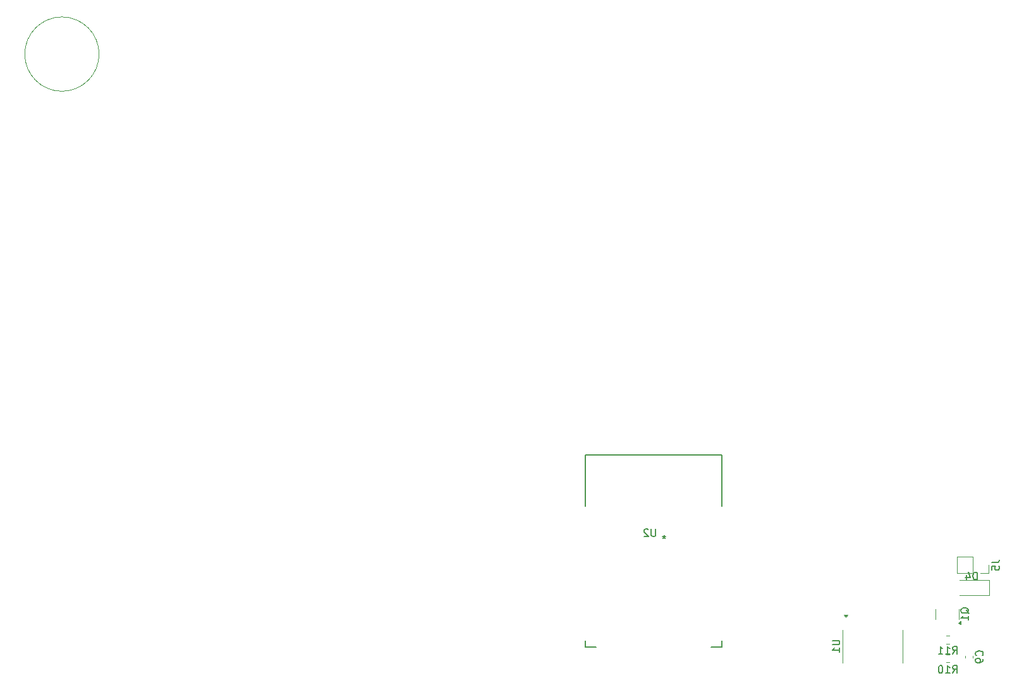
<source format=gbr>
%TF.GenerationSoftware,KiCad,Pcbnew,9.0.1*%
%TF.CreationDate,2025-06-14T17:56:14-05:00*%
%TF.ProjectId,OM-FlexGrid-Rigid-PCB,4f4d2d46-6c65-4784-9772-69642d526967,rev?*%
%TF.SameCoordinates,Original*%
%TF.FileFunction,Legend,Bot*%
%TF.FilePolarity,Positive*%
%FSLAX46Y46*%
G04 Gerber Fmt 4.6, Leading zero omitted, Abs format (unit mm)*
G04 Created by KiCad (PCBNEW 9.0.1) date 2025-06-14 17:56:14*
%MOMM*%
%LPD*%
G01*
G04 APERTURE LIST*
%ADD10C,0.100000*%
%ADD11C,0.150000*%
%ADD12C,0.152400*%
%ADD13C,0.120000*%
G04 APERTURE END LIST*
D10*
X96476947Y-39523053D02*
G75*
G02*
X86523053Y-39523053I-4976947J0D01*
G01*
X86523053Y-39523053D02*
G75*
G02*
X96476947Y-39523053I4976947J0D01*
G01*
D11*
X171011904Y-103154819D02*
X171011904Y-103964342D01*
X171011904Y-103964342D02*
X170964285Y-104059580D01*
X170964285Y-104059580D02*
X170916666Y-104107200D01*
X170916666Y-104107200D02*
X170821428Y-104154819D01*
X170821428Y-104154819D02*
X170630952Y-104154819D01*
X170630952Y-104154819D02*
X170535714Y-104107200D01*
X170535714Y-104107200D02*
X170488095Y-104059580D01*
X170488095Y-104059580D02*
X170440476Y-103964342D01*
X170440476Y-103964342D02*
X170440476Y-103154819D01*
X170011904Y-103250057D02*
X169964285Y-103202438D01*
X169964285Y-103202438D02*
X169869047Y-103154819D01*
X169869047Y-103154819D02*
X169630952Y-103154819D01*
X169630952Y-103154819D02*
X169535714Y-103202438D01*
X169535714Y-103202438D02*
X169488095Y-103250057D01*
X169488095Y-103250057D02*
X169440476Y-103345295D01*
X169440476Y-103345295D02*
X169440476Y-103440533D01*
X169440476Y-103440533D02*
X169488095Y-103583390D01*
X169488095Y-103583390D02*
X170059523Y-104154819D01*
X170059523Y-104154819D02*
X169440476Y-104154819D01*
X172149999Y-104014819D02*
X172149999Y-104252914D01*
X172388094Y-104157676D02*
X172149999Y-104252914D01*
X172149999Y-104252914D02*
X171911904Y-104157676D01*
X172292856Y-104443390D02*
X172149999Y-104252914D01*
X172149999Y-104252914D02*
X172007142Y-104443390D01*
X194679819Y-118100595D02*
X195489342Y-118100595D01*
X195489342Y-118100595D02*
X195584580Y-118148214D01*
X195584580Y-118148214D02*
X195632200Y-118195833D01*
X195632200Y-118195833D02*
X195679819Y-118291071D01*
X195679819Y-118291071D02*
X195679819Y-118481547D01*
X195679819Y-118481547D02*
X195632200Y-118576785D01*
X195632200Y-118576785D02*
X195584580Y-118624404D01*
X195584580Y-118624404D02*
X195489342Y-118672023D01*
X195489342Y-118672023D02*
X194679819Y-118672023D01*
X195679819Y-119672023D02*
X195679819Y-119100595D01*
X195679819Y-119386309D02*
X194679819Y-119386309D01*
X194679819Y-119386309D02*
X194822676Y-119291071D01*
X194822676Y-119291071D02*
X194917914Y-119195833D01*
X194917914Y-119195833D02*
X194965533Y-119100595D01*
X213000057Y-114467261D02*
X212952438Y-114372023D01*
X212952438Y-114372023D02*
X212857200Y-114276785D01*
X212857200Y-114276785D02*
X212714342Y-114133928D01*
X212714342Y-114133928D02*
X212666723Y-114038690D01*
X212666723Y-114038690D02*
X212666723Y-113943452D01*
X212904819Y-113991071D02*
X212857200Y-113895833D01*
X212857200Y-113895833D02*
X212761961Y-113800595D01*
X212761961Y-113800595D02*
X212571485Y-113752976D01*
X212571485Y-113752976D02*
X212238152Y-113752976D01*
X212238152Y-113752976D02*
X212047676Y-113800595D01*
X212047676Y-113800595D02*
X211952438Y-113895833D01*
X211952438Y-113895833D02*
X211904819Y-113991071D01*
X211904819Y-113991071D02*
X211904819Y-114181547D01*
X211904819Y-114181547D02*
X211952438Y-114276785D01*
X211952438Y-114276785D02*
X212047676Y-114372023D01*
X212047676Y-114372023D02*
X212238152Y-114419642D01*
X212238152Y-114419642D02*
X212571485Y-114419642D01*
X212571485Y-114419642D02*
X212761961Y-114372023D01*
X212761961Y-114372023D02*
X212857200Y-114276785D01*
X212857200Y-114276785D02*
X212904819Y-114181547D01*
X212904819Y-114181547D02*
X212904819Y-113991071D01*
X212904819Y-115372023D02*
X212904819Y-114800595D01*
X212904819Y-115086309D02*
X211904819Y-115086309D01*
X211904819Y-115086309D02*
X212047676Y-114991071D01*
X212047676Y-114991071D02*
X212142914Y-114895833D01*
X212142914Y-114895833D02*
X212190533Y-114800595D01*
X216064819Y-107666666D02*
X216779104Y-107666666D01*
X216779104Y-107666666D02*
X216921961Y-107619047D01*
X216921961Y-107619047D02*
X217017200Y-107523809D01*
X217017200Y-107523809D02*
X217064819Y-107380952D01*
X217064819Y-107380952D02*
X217064819Y-107285714D01*
X216064819Y-108619047D02*
X216064819Y-108142857D01*
X216064819Y-108142857D02*
X216541009Y-108095238D01*
X216541009Y-108095238D02*
X216493390Y-108142857D01*
X216493390Y-108142857D02*
X216445771Y-108238095D01*
X216445771Y-108238095D02*
X216445771Y-108476190D01*
X216445771Y-108476190D02*
X216493390Y-108571428D01*
X216493390Y-108571428D02*
X216541009Y-108619047D01*
X216541009Y-108619047D02*
X216636247Y-108666666D01*
X216636247Y-108666666D02*
X216874342Y-108666666D01*
X216874342Y-108666666D02*
X216969580Y-108619047D01*
X216969580Y-108619047D02*
X217017200Y-108571428D01*
X217017200Y-108571428D02*
X217064819Y-108476190D01*
X217064819Y-108476190D02*
X217064819Y-108238095D01*
X217064819Y-108238095D02*
X217017200Y-108142857D01*
X217017200Y-108142857D02*
X216969580Y-108095238D01*
X210817857Y-122454819D02*
X211151190Y-121978628D01*
X211389285Y-122454819D02*
X211389285Y-121454819D01*
X211389285Y-121454819D02*
X211008333Y-121454819D01*
X211008333Y-121454819D02*
X210913095Y-121502438D01*
X210913095Y-121502438D02*
X210865476Y-121550057D01*
X210865476Y-121550057D02*
X210817857Y-121645295D01*
X210817857Y-121645295D02*
X210817857Y-121788152D01*
X210817857Y-121788152D02*
X210865476Y-121883390D01*
X210865476Y-121883390D02*
X210913095Y-121931009D01*
X210913095Y-121931009D02*
X211008333Y-121978628D01*
X211008333Y-121978628D02*
X211389285Y-121978628D01*
X209865476Y-122454819D02*
X210436904Y-122454819D01*
X210151190Y-122454819D02*
X210151190Y-121454819D01*
X210151190Y-121454819D02*
X210246428Y-121597676D01*
X210246428Y-121597676D02*
X210341666Y-121692914D01*
X210341666Y-121692914D02*
X210436904Y-121740533D01*
X209246428Y-121454819D02*
X209151190Y-121454819D01*
X209151190Y-121454819D02*
X209055952Y-121502438D01*
X209055952Y-121502438D02*
X209008333Y-121550057D01*
X209008333Y-121550057D02*
X208960714Y-121645295D01*
X208960714Y-121645295D02*
X208913095Y-121835771D01*
X208913095Y-121835771D02*
X208913095Y-122073866D01*
X208913095Y-122073866D02*
X208960714Y-122264342D01*
X208960714Y-122264342D02*
X209008333Y-122359580D01*
X209008333Y-122359580D02*
X209055952Y-122407200D01*
X209055952Y-122407200D02*
X209151190Y-122454819D01*
X209151190Y-122454819D02*
X209246428Y-122454819D01*
X209246428Y-122454819D02*
X209341666Y-122407200D01*
X209341666Y-122407200D02*
X209389285Y-122359580D01*
X209389285Y-122359580D02*
X209436904Y-122264342D01*
X209436904Y-122264342D02*
X209484523Y-122073866D01*
X209484523Y-122073866D02*
X209484523Y-121835771D01*
X209484523Y-121835771D02*
X209436904Y-121645295D01*
X209436904Y-121645295D02*
X209389285Y-121550057D01*
X209389285Y-121550057D02*
X209341666Y-121502438D01*
X209341666Y-121502438D02*
X209246428Y-121454819D01*
X214789580Y-120108333D02*
X214837200Y-120060714D01*
X214837200Y-120060714D02*
X214884819Y-119917857D01*
X214884819Y-119917857D02*
X214884819Y-119822619D01*
X214884819Y-119822619D02*
X214837200Y-119679762D01*
X214837200Y-119679762D02*
X214741961Y-119584524D01*
X214741961Y-119584524D02*
X214646723Y-119536905D01*
X214646723Y-119536905D02*
X214456247Y-119489286D01*
X214456247Y-119489286D02*
X214313390Y-119489286D01*
X214313390Y-119489286D02*
X214122914Y-119536905D01*
X214122914Y-119536905D02*
X214027676Y-119584524D01*
X214027676Y-119584524D02*
X213932438Y-119679762D01*
X213932438Y-119679762D02*
X213884819Y-119822619D01*
X213884819Y-119822619D02*
X213884819Y-119917857D01*
X213884819Y-119917857D02*
X213932438Y-120060714D01*
X213932438Y-120060714D02*
X213980057Y-120108333D01*
X214884819Y-120584524D02*
X214884819Y-120775000D01*
X214884819Y-120775000D02*
X214837200Y-120870238D01*
X214837200Y-120870238D02*
X214789580Y-120917857D01*
X214789580Y-120917857D02*
X214646723Y-121013095D01*
X214646723Y-121013095D02*
X214456247Y-121060714D01*
X214456247Y-121060714D02*
X214075295Y-121060714D01*
X214075295Y-121060714D02*
X213980057Y-121013095D01*
X213980057Y-121013095D02*
X213932438Y-120965476D01*
X213932438Y-120965476D02*
X213884819Y-120870238D01*
X213884819Y-120870238D02*
X213884819Y-120679762D01*
X213884819Y-120679762D02*
X213932438Y-120584524D01*
X213932438Y-120584524D02*
X213980057Y-120536905D01*
X213980057Y-120536905D02*
X214075295Y-120489286D01*
X214075295Y-120489286D02*
X214313390Y-120489286D01*
X214313390Y-120489286D02*
X214408628Y-120536905D01*
X214408628Y-120536905D02*
X214456247Y-120584524D01*
X214456247Y-120584524D02*
X214503866Y-120679762D01*
X214503866Y-120679762D02*
X214503866Y-120870238D01*
X214503866Y-120870238D02*
X214456247Y-120965476D01*
X214456247Y-120965476D02*
X214408628Y-121013095D01*
X214408628Y-121013095D02*
X214313390Y-121060714D01*
X210817857Y-119884819D02*
X211151190Y-119408628D01*
X211389285Y-119884819D02*
X211389285Y-118884819D01*
X211389285Y-118884819D02*
X211008333Y-118884819D01*
X211008333Y-118884819D02*
X210913095Y-118932438D01*
X210913095Y-118932438D02*
X210865476Y-118980057D01*
X210865476Y-118980057D02*
X210817857Y-119075295D01*
X210817857Y-119075295D02*
X210817857Y-119218152D01*
X210817857Y-119218152D02*
X210865476Y-119313390D01*
X210865476Y-119313390D02*
X210913095Y-119361009D01*
X210913095Y-119361009D02*
X211008333Y-119408628D01*
X211008333Y-119408628D02*
X211389285Y-119408628D01*
X209865476Y-119884819D02*
X210436904Y-119884819D01*
X210151190Y-119884819D02*
X210151190Y-118884819D01*
X210151190Y-118884819D02*
X210246428Y-119027676D01*
X210246428Y-119027676D02*
X210341666Y-119122914D01*
X210341666Y-119122914D02*
X210436904Y-119170533D01*
X208913095Y-119884819D02*
X209484523Y-119884819D01*
X209198809Y-119884819D02*
X209198809Y-118884819D01*
X209198809Y-118884819D02*
X209294047Y-119027676D01*
X209294047Y-119027676D02*
X209389285Y-119122914D01*
X209389285Y-119122914D02*
X209484523Y-119170533D01*
X214088094Y-109954819D02*
X214088094Y-108954819D01*
X214088094Y-108954819D02*
X213849999Y-108954819D01*
X213849999Y-108954819D02*
X213707142Y-109002438D01*
X213707142Y-109002438D02*
X213611904Y-109097676D01*
X213611904Y-109097676D02*
X213564285Y-109192914D01*
X213564285Y-109192914D02*
X213516666Y-109383390D01*
X213516666Y-109383390D02*
X213516666Y-109526247D01*
X213516666Y-109526247D02*
X213564285Y-109716723D01*
X213564285Y-109716723D02*
X213611904Y-109811961D01*
X213611904Y-109811961D02*
X213707142Y-109907200D01*
X213707142Y-109907200D02*
X213849999Y-109954819D01*
X213849999Y-109954819D02*
X214088094Y-109954819D01*
X212659523Y-109288152D02*
X212659523Y-109954819D01*
X212897618Y-108907200D02*
X213135713Y-109621485D01*
X213135713Y-109621485D02*
X212516666Y-109621485D01*
D12*
%TO.C,U2*%
X161618700Y-93222200D02*
X179881300Y-93222200D01*
X161618700Y-100100860D02*
X161618700Y-93222200D01*
X161618700Y-118977800D02*
X161618700Y-118089140D01*
X163025860Y-118977800D02*
X161618700Y-118977800D01*
X179881300Y-93222200D02*
X179881300Y-100100860D01*
X179881300Y-118089140D02*
X179881300Y-118977800D01*
X179881300Y-118977800D02*
X178474140Y-118977800D01*
D13*
%TO.C,U1*%
X196040000Y-118862500D02*
X196040000Y-116662500D01*
X196040000Y-118862500D02*
X196040000Y-121062500D01*
X204110000Y-118862500D02*
X204110000Y-116662500D01*
X204110000Y-118862500D02*
X204110000Y-121062500D01*
X196500000Y-115002500D02*
X196260000Y-114672500D01*
X196740000Y-114672500D01*
X196500000Y-115002500D01*
G36*
X196500000Y-115002500D02*
G01*
X196260000Y-114672500D01*
X196740000Y-114672500D01*
X196500000Y-115002500D01*
G37*
%TO.C,Q1*%
X208490000Y-114562500D02*
X208490000Y-113912500D01*
X208490000Y-114562500D02*
X208490000Y-115212500D01*
X211610000Y-114562500D02*
X211610000Y-113912500D01*
X211610000Y-114562500D02*
X211610000Y-115212500D01*
X211890000Y-115965000D02*
X211560000Y-115725000D01*
X211890000Y-115485000D01*
X211890000Y-115965000D01*
G36*
X211890000Y-115965000D02*
G01*
X211560000Y-115725000D01*
X211890000Y-115485000D01*
X211890000Y-115965000D01*
G37*
%TO.C,J5*%
X211390000Y-109110000D02*
X211390000Y-106890000D01*
X213500000Y-106890000D02*
X211390000Y-106890000D01*
X213500000Y-109110000D02*
X211390000Y-109110000D01*
X213500000Y-109110000D02*
X213500000Y-106890000D01*
X214500000Y-109110000D02*
X215610000Y-109110000D01*
X215610000Y-109110000D02*
X215610000Y-108000000D01*
%TO.C,R10*%
X209937742Y-119977500D02*
X210412258Y-119977500D01*
X209937742Y-121022500D02*
X210412258Y-121022500D01*
%TO.C,C9*%
X212490000Y-120415580D02*
X212490000Y-120134420D01*
X213510000Y-120415580D02*
X213510000Y-120134420D01*
%TO.C,R11*%
X209937742Y-117477500D02*
X210412258Y-117477500D01*
X209937742Y-118522500D02*
X210412258Y-118522500D01*
%TO.C,D4*%
X215710000Y-110000000D02*
X211700000Y-110000000D01*
X215710000Y-110000000D02*
X215710000Y-112000000D01*
X215710000Y-112000000D02*
X211700000Y-112000000D01*
%TD*%
M02*

</source>
